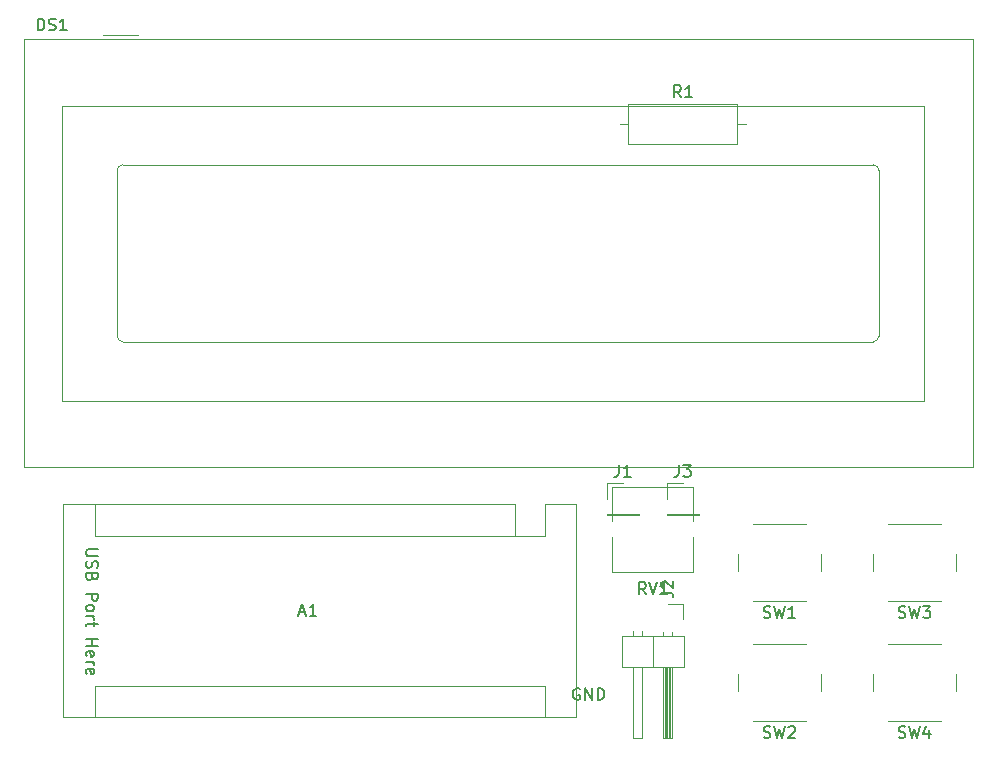
<source format=gbr>
%TF.GenerationSoftware,KiCad,Pcbnew,(5.1.9)-1*%
%TF.CreationDate,2021-05-01T20:45:07-06:00*%
%TF.ProjectId,decoder,6465636f-6465-4722-9e6b-696361645f70,rev?*%
%TF.SameCoordinates,Original*%
%TF.FileFunction,Legend,Top*%
%TF.FilePolarity,Positive*%
%FSLAX46Y46*%
G04 Gerber Fmt 4.6, Leading zero omitted, Abs format (unit mm)*
G04 Created by KiCad (PCBNEW (5.1.9)-1) date 2021-05-01 20:45:07*
%MOMM*%
%LPD*%
G01*
G04 APERTURE LIST*
%ADD10C,0.150000*%
%ADD11C,0.120000*%
G04 APERTURE END LIST*
D10*
X81282712Y-107137323D02*
X80473188Y-107137323D01*
X80377950Y-107184942D01*
X80330331Y-107232561D01*
X80282712Y-107327799D01*
X80282712Y-107518275D01*
X80330331Y-107613513D01*
X80377950Y-107661132D01*
X80473188Y-107708751D01*
X81282712Y-107708751D01*
X80330331Y-108137323D02*
X80282712Y-108280180D01*
X80282712Y-108518275D01*
X80330331Y-108613513D01*
X80377950Y-108661132D01*
X80473188Y-108708751D01*
X80568426Y-108708751D01*
X80663664Y-108661132D01*
X80711283Y-108613513D01*
X80758902Y-108518275D01*
X80806521Y-108327799D01*
X80854140Y-108232561D01*
X80901759Y-108184942D01*
X80996997Y-108137323D01*
X81092235Y-108137323D01*
X81187473Y-108184942D01*
X81235093Y-108232561D01*
X81282712Y-108327799D01*
X81282712Y-108565894D01*
X81235093Y-108708751D01*
X80806521Y-109470656D02*
X80758902Y-109613513D01*
X80711283Y-109661132D01*
X80616045Y-109708751D01*
X80473188Y-109708751D01*
X80377950Y-109661132D01*
X80330331Y-109613513D01*
X80282712Y-109518275D01*
X80282712Y-109137323D01*
X81282712Y-109137323D01*
X81282712Y-109470656D01*
X81235093Y-109565894D01*
X81187473Y-109613513D01*
X81092235Y-109661132D01*
X80996997Y-109661132D01*
X80901759Y-109613513D01*
X80854140Y-109565894D01*
X80806521Y-109470656D01*
X80806521Y-109137323D01*
X80282712Y-110899228D02*
X81282712Y-110899228D01*
X81282712Y-111280180D01*
X81235093Y-111375418D01*
X81187473Y-111423037D01*
X81092235Y-111470656D01*
X80949378Y-111470656D01*
X80854140Y-111423037D01*
X80806521Y-111375418D01*
X80758902Y-111280180D01*
X80758902Y-110899228D01*
X80282712Y-112042085D02*
X80330331Y-111946847D01*
X80377950Y-111899228D01*
X80473188Y-111851608D01*
X80758902Y-111851608D01*
X80854140Y-111899228D01*
X80901759Y-111946847D01*
X80949378Y-112042085D01*
X80949378Y-112184942D01*
X80901759Y-112280180D01*
X80854140Y-112327799D01*
X80758902Y-112375418D01*
X80473188Y-112375418D01*
X80377950Y-112327799D01*
X80330331Y-112280180D01*
X80282712Y-112184942D01*
X80282712Y-112042085D01*
X80282712Y-112803989D02*
X80949378Y-112803989D01*
X80758902Y-112803989D02*
X80854140Y-112851608D01*
X80901759Y-112899228D01*
X80949378Y-112994466D01*
X80949378Y-113089704D01*
X80949378Y-113280180D02*
X80949378Y-113661132D01*
X81282712Y-113423037D02*
X80425569Y-113423037D01*
X80330331Y-113470656D01*
X80282712Y-113565894D01*
X80282712Y-113661132D01*
X80282712Y-114756370D02*
X81282712Y-114756370D01*
X80806521Y-114756370D02*
X80806521Y-115327799D01*
X80282712Y-115327799D02*
X81282712Y-115327799D01*
X80330331Y-116184942D02*
X80282712Y-116089704D01*
X80282712Y-115899228D01*
X80330331Y-115803989D01*
X80425569Y-115756370D01*
X80806521Y-115756370D01*
X80901759Y-115803989D01*
X80949378Y-115899228D01*
X80949378Y-116089704D01*
X80901759Y-116184942D01*
X80806521Y-116232561D01*
X80711283Y-116232561D01*
X80616045Y-115756370D01*
X80282712Y-116661132D02*
X80949378Y-116661132D01*
X80758902Y-116661132D02*
X80854140Y-116708751D01*
X80901759Y-116756370D01*
X80949378Y-116851608D01*
X80949378Y-116946847D01*
X80330331Y-117661132D02*
X80282712Y-117565894D01*
X80282712Y-117375418D01*
X80330331Y-117280180D01*
X80425569Y-117232561D01*
X80806521Y-117232561D01*
X80901759Y-117280180D01*
X80949378Y-117375418D01*
X80949378Y-117565894D01*
X80901759Y-117661132D01*
X80806521Y-117708751D01*
X80711283Y-117708751D01*
X80616045Y-117232561D01*
X122062086Y-118927089D02*
X121966848Y-118879469D01*
X121823991Y-118879469D01*
X121681133Y-118927089D01*
X121585895Y-119022327D01*
X121538276Y-119117565D01*
X121490657Y-119308041D01*
X121490657Y-119450898D01*
X121538276Y-119641374D01*
X121585895Y-119736612D01*
X121681133Y-119831850D01*
X121823991Y-119879469D01*
X121919229Y-119879469D01*
X122062086Y-119831850D01*
X122109705Y-119784231D01*
X122109705Y-119450898D01*
X121919229Y-119450898D01*
X122538276Y-119879469D02*
X122538276Y-118879469D01*
X123109705Y-119879469D01*
X123109705Y-118879469D01*
X123585895Y-119879469D02*
X123585895Y-118879469D01*
X123823991Y-118879469D01*
X123966848Y-118927089D01*
X124062086Y-119022327D01*
X124109705Y-119117565D01*
X124157324Y-119308041D01*
X124157324Y-119450898D01*
X124109705Y-119641374D01*
X124062086Y-119736612D01*
X123966848Y-119831850D01*
X123823991Y-119879469D01*
X123585895Y-119879469D01*
D11*
%TO.C,DS1*%
X78205001Y-94560001D02*
X78205001Y-69560001D01*
X151205001Y-94560001D02*
X78205001Y-94560001D01*
X151205001Y-69560001D02*
X151205001Y-94560001D01*
X78205001Y-69560001D02*
X151205001Y-69560001D01*
X147405001Y-75060001D02*
X147405001Y-89060001D01*
X146905661Y-89560001D02*
X83405001Y-89560001D01*
X82905281Y-89059321D02*
X82905281Y-75060001D01*
X83405001Y-74560001D02*
X146905001Y-74560001D01*
X81705001Y-63560001D02*
X84705001Y-63560001D01*
X75075001Y-63920001D02*
X75865001Y-63920001D01*
X75065001Y-63920001D02*
X75065001Y-100200001D01*
X155345001Y-63920001D02*
X75865001Y-63920001D01*
X155345001Y-100200001D02*
X155345001Y-63920001D01*
X75065001Y-100200001D02*
X155345001Y-100200001D01*
X147405001Y-75060001D02*
G75*
G03*
X146905001Y-74560001I-500000J0D01*
G01*
X146905661Y-89559701D02*
G75*
G03*
X147406041Y-89059321I0J500380D01*
G01*
X82905281Y-89059321D02*
G75*
G03*
X83405661Y-89559701I500380J0D01*
G01*
X83405661Y-74558461D02*
G75*
G03*
X82905281Y-75058841I0J-500380D01*
G01*
%TO.C,SW1*%
X135490000Y-107490000D02*
X135490000Y-108990000D01*
X136740000Y-111490000D02*
X141240000Y-111490000D01*
X142490000Y-108990000D02*
X142490000Y-107490000D01*
X141240000Y-104990000D02*
X136740000Y-104990000D01*
%TO.C,A1*%
X121774999Y-121335001D02*
X121774999Y-103295001D01*
X78334999Y-121335001D02*
X121774999Y-121335001D01*
X78334999Y-103295001D02*
X78334999Y-121335001D01*
X81004999Y-105965001D02*
X81004999Y-103295001D01*
X116564999Y-105965001D02*
X81004999Y-105965001D01*
X116564999Y-105965001D02*
X116564999Y-103295001D01*
X81004999Y-118665001D02*
X81004999Y-121335001D01*
X119104999Y-118665001D02*
X81004999Y-118665001D01*
X119104999Y-118665001D02*
X119104999Y-121335001D01*
X121774999Y-103295001D02*
X119104999Y-103295001D01*
X116564999Y-103295001D02*
X78334999Y-103295001D01*
X119104999Y-105965001D02*
X119104999Y-103295001D01*
X116564999Y-105965001D02*
X119104999Y-105965001D01*
%TO.C,J2*%
X130810000Y-111760000D02*
X130810000Y-113030000D01*
X129540000Y-111760000D02*
X130810000Y-111760000D01*
X126620000Y-114072929D02*
X126620000Y-114470000D01*
X127380000Y-114072929D02*
X127380000Y-114470000D01*
X126620000Y-123130000D02*
X126620000Y-117130000D01*
X127380000Y-123130000D02*
X126620000Y-123130000D01*
X127380000Y-117130000D02*
X127380000Y-123130000D01*
X128270000Y-114470000D02*
X128270000Y-117130000D01*
X129160000Y-114140000D02*
X129160000Y-114470000D01*
X129920000Y-114140000D02*
X129920000Y-114470000D01*
X129260000Y-117130000D02*
X129260000Y-123130000D01*
X129380000Y-117130000D02*
X129380000Y-123130000D01*
X129500000Y-117130000D02*
X129500000Y-123130000D01*
X129620000Y-117130000D02*
X129620000Y-123130000D01*
X129740000Y-117130000D02*
X129740000Y-123130000D01*
X129860000Y-117130000D02*
X129860000Y-123130000D01*
X129160000Y-123130000D02*
X129160000Y-117130000D01*
X129920000Y-123130000D02*
X129160000Y-123130000D01*
X129920000Y-117130000D02*
X129920000Y-123130000D01*
X130870000Y-117130000D02*
X130870000Y-114470000D01*
X125670000Y-117130000D02*
X130870000Y-117130000D01*
X125670000Y-114470000D02*
X125670000Y-117130000D01*
X130870000Y-114470000D02*
X125670000Y-114470000D01*
%TO.C,RV1*%
X124850000Y-101850000D02*
X131690000Y-101850000D01*
X124850000Y-109090000D02*
X131690000Y-109090000D01*
X131690000Y-104760000D02*
X131690000Y-101850000D01*
X131690000Y-109090000D02*
X131690000Y-106060000D01*
X124850000Y-104760000D02*
X124850000Y-101850000D01*
X124850000Y-109090000D02*
X124850000Y-106060000D01*
%TO.C,SW2*%
X141240000Y-115150000D02*
X136740000Y-115150000D01*
X142490000Y-119150000D02*
X142490000Y-117650000D01*
X136740000Y-121650000D02*
X141240000Y-121650000D01*
X135490000Y-117650000D02*
X135490000Y-119150000D01*
%TO.C,SW3*%
X146920000Y-107490000D02*
X146920000Y-108990000D01*
X148170000Y-111490000D02*
X152670000Y-111490000D01*
X153920000Y-108990000D02*
X153920000Y-107490000D01*
X152670000Y-104990000D02*
X148170000Y-104990000D01*
%TO.C,SW4*%
X146920000Y-117650000D02*
X146920000Y-119150000D01*
X148170000Y-121650000D02*
X152670000Y-121650000D01*
X153920000Y-119150000D02*
X153920000Y-117650000D01*
X152670000Y-115150000D02*
X148170000Y-115150000D01*
%TO.C,R1*%
X126190000Y-69400000D02*
X126190000Y-72840000D01*
X126190000Y-72840000D02*
X135430000Y-72840000D01*
X135430000Y-72840000D02*
X135430000Y-69400000D01*
X135430000Y-69400000D02*
X126190000Y-69400000D01*
X125500000Y-71120000D02*
X126190000Y-71120000D01*
X136120000Y-71120000D02*
X135430000Y-71120000D01*
%TO.C,J1*%
X124400000Y-101540000D02*
X125730000Y-101540000D01*
X124400000Y-102870000D02*
X124400000Y-101540000D01*
X124400000Y-104140000D02*
X127060000Y-104140000D01*
X127060000Y-104140000D02*
X127060000Y-104200000D01*
X124400000Y-104140000D02*
X124400000Y-104200000D01*
X124400000Y-104200000D02*
X127060000Y-104200000D01*
%TO.C,J3*%
X129480000Y-104200000D02*
X132140000Y-104200000D01*
X129480000Y-104140000D02*
X129480000Y-104200000D01*
X132140000Y-104140000D02*
X132140000Y-104200000D01*
X129480000Y-104140000D02*
X132140000Y-104140000D01*
X129480000Y-102870000D02*
X129480000Y-101540000D01*
X129480000Y-101540000D02*
X130810000Y-101540000D01*
%TO.C,DS1*%
D10*
X76170715Y-63202381D02*
X76170715Y-62202381D01*
X76408810Y-62202381D01*
X76551667Y-62250001D01*
X76646905Y-62345239D01*
X76694524Y-62440477D01*
X76742143Y-62630953D01*
X76742143Y-62773810D01*
X76694524Y-62964286D01*
X76646905Y-63059524D01*
X76551667Y-63154762D01*
X76408810Y-63202381D01*
X76170715Y-63202381D01*
X77123096Y-63154762D02*
X77265953Y-63202381D01*
X77504048Y-63202381D01*
X77599286Y-63154762D01*
X77646905Y-63107143D01*
X77694524Y-63011905D01*
X77694524Y-62916667D01*
X77646905Y-62821429D01*
X77599286Y-62773810D01*
X77504048Y-62726191D01*
X77313572Y-62678572D01*
X77218334Y-62630953D01*
X77170715Y-62583334D01*
X77123096Y-62488096D01*
X77123096Y-62392858D01*
X77170715Y-62297620D01*
X77218334Y-62250001D01*
X77313572Y-62202381D01*
X77551667Y-62202381D01*
X77694524Y-62250001D01*
X78646905Y-63202381D02*
X78075477Y-63202381D01*
X78361191Y-63202381D02*
X78361191Y-62202381D01*
X78265953Y-62345239D01*
X78170715Y-62440477D01*
X78075477Y-62488096D01*
%TO.C,SW1*%
X137656666Y-112894761D02*
X137799523Y-112942380D01*
X138037619Y-112942380D01*
X138132857Y-112894761D01*
X138180476Y-112847142D01*
X138228095Y-112751904D01*
X138228095Y-112656666D01*
X138180476Y-112561428D01*
X138132857Y-112513809D01*
X138037619Y-112466190D01*
X137847142Y-112418571D01*
X137751904Y-112370952D01*
X137704285Y-112323333D01*
X137656666Y-112228095D01*
X137656666Y-112132857D01*
X137704285Y-112037619D01*
X137751904Y-111990000D01*
X137847142Y-111942380D01*
X138085238Y-111942380D01*
X138228095Y-111990000D01*
X138561428Y-111942380D02*
X138799523Y-112942380D01*
X138990000Y-112228095D01*
X139180476Y-112942380D01*
X139418571Y-111942380D01*
X140323333Y-112942380D02*
X139751904Y-112942380D01*
X140037619Y-112942380D02*
X140037619Y-111942380D01*
X139942380Y-112085238D01*
X139847142Y-112180476D01*
X139751904Y-112228095D01*
%TO.C,A1*%
X98345714Y-112481667D02*
X98821904Y-112481667D01*
X98250476Y-112767381D02*
X98583809Y-111767381D01*
X98917142Y-112767381D01*
X99774285Y-112767381D02*
X99202857Y-112767381D01*
X99488571Y-112767381D02*
X99488571Y-111767381D01*
X99393333Y-111910239D01*
X99298095Y-112005477D01*
X99202857Y-112053096D01*
%TO.C,J2*%
X128992380Y-110823333D02*
X129706666Y-110823333D01*
X129849523Y-110870952D01*
X129944761Y-110966190D01*
X129992380Y-111109047D01*
X129992380Y-111204285D01*
X129087619Y-110394761D02*
X129040000Y-110347142D01*
X128992380Y-110251904D01*
X128992380Y-110013809D01*
X129040000Y-109918571D01*
X129087619Y-109870952D01*
X129182857Y-109823333D01*
X129278095Y-109823333D01*
X129420952Y-109870952D01*
X129992380Y-110442380D01*
X129992380Y-109823333D01*
%TO.C,RV1*%
X127674761Y-110942380D02*
X127341428Y-110466190D01*
X127103333Y-110942380D02*
X127103333Y-109942380D01*
X127484285Y-109942380D01*
X127579523Y-109990000D01*
X127627142Y-110037619D01*
X127674761Y-110132857D01*
X127674761Y-110275714D01*
X127627142Y-110370952D01*
X127579523Y-110418571D01*
X127484285Y-110466190D01*
X127103333Y-110466190D01*
X127960476Y-109942380D02*
X128293809Y-110942380D01*
X128627142Y-109942380D01*
X129484285Y-110942380D02*
X128912857Y-110942380D01*
X129198571Y-110942380D02*
X129198571Y-109942380D01*
X129103333Y-110085238D01*
X129008095Y-110180476D01*
X128912857Y-110228095D01*
%TO.C,SW2*%
X137656666Y-123054761D02*
X137799523Y-123102380D01*
X138037619Y-123102380D01*
X138132857Y-123054761D01*
X138180476Y-123007142D01*
X138228095Y-122911904D01*
X138228095Y-122816666D01*
X138180476Y-122721428D01*
X138132857Y-122673809D01*
X138037619Y-122626190D01*
X137847142Y-122578571D01*
X137751904Y-122530952D01*
X137704285Y-122483333D01*
X137656666Y-122388095D01*
X137656666Y-122292857D01*
X137704285Y-122197619D01*
X137751904Y-122150000D01*
X137847142Y-122102380D01*
X138085238Y-122102380D01*
X138228095Y-122150000D01*
X138561428Y-122102380D02*
X138799523Y-123102380D01*
X138990000Y-122388095D01*
X139180476Y-123102380D01*
X139418571Y-122102380D01*
X139751904Y-122197619D02*
X139799523Y-122150000D01*
X139894761Y-122102380D01*
X140132857Y-122102380D01*
X140228095Y-122150000D01*
X140275714Y-122197619D01*
X140323333Y-122292857D01*
X140323333Y-122388095D01*
X140275714Y-122530952D01*
X139704285Y-123102380D01*
X140323333Y-123102380D01*
%TO.C,SW3*%
X149086666Y-112894761D02*
X149229523Y-112942380D01*
X149467619Y-112942380D01*
X149562857Y-112894761D01*
X149610476Y-112847142D01*
X149658095Y-112751904D01*
X149658095Y-112656666D01*
X149610476Y-112561428D01*
X149562857Y-112513809D01*
X149467619Y-112466190D01*
X149277142Y-112418571D01*
X149181904Y-112370952D01*
X149134285Y-112323333D01*
X149086666Y-112228095D01*
X149086666Y-112132857D01*
X149134285Y-112037619D01*
X149181904Y-111990000D01*
X149277142Y-111942380D01*
X149515238Y-111942380D01*
X149658095Y-111990000D01*
X149991428Y-111942380D02*
X150229523Y-112942380D01*
X150420000Y-112228095D01*
X150610476Y-112942380D01*
X150848571Y-111942380D01*
X151134285Y-111942380D02*
X151753333Y-111942380D01*
X151420000Y-112323333D01*
X151562857Y-112323333D01*
X151658095Y-112370952D01*
X151705714Y-112418571D01*
X151753333Y-112513809D01*
X151753333Y-112751904D01*
X151705714Y-112847142D01*
X151658095Y-112894761D01*
X151562857Y-112942380D01*
X151277142Y-112942380D01*
X151181904Y-112894761D01*
X151134285Y-112847142D01*
%TO.C,SW4*%
X149086666Y-123054761D02*
X149229523Y-123102380D01*
X149467619Y-123102380D01*
X149562857Y-123054761D01*
X149610476Y-123007142D01*
X149658095Y-122911904D01*
X149658095Y-122816666D01*
X149610476Y-122721428D01*
X149562857Y-122673809D01*
X149467619Y-122626190D01*
X149277142Y-122578571D01*
X149181904Y-122530952D01*
X149134285Y-122483333D01*
X149086666Y-122388095D01*
X149086666Y-122292857D01*
X149134285Y-122197619D01*
X149181904Y-122150000D01*
X149277142Y-122102380D01*
X149515238Y-122102380D01*
X149658095Y-122150000D01*
X149991428Y-122102380D02*
X150229523Y-123102380D01*
X150420000Y-122388095D01*
X150610476Y-123102380D01*
X150848571Y-122102380D01*
X151658095Y-122435714D02*
X151658095Y-123102380D01*
X151420000Y-122054761D02*
X151181904Y-122769047D01*
X151800952Y-122769047D01*
%TO.C,R1*%
X130643333Y-68852380D02*
X130310000Y-68376190D01*
X130071904Y-68852380D02*
X130071904Y-67852380D01*
X130452857Y-67852380D01*
X130548095Y-67900000D01*
X130595714Y-67947619D01*
X130643333Y-68042857D01*
X130643333Y-68185714D01*
X130595714Y-68280952D01*
X130548095Y-68328571D01*
X130452857Y-68376190D01*
X130071904Y-68376190D01*
X131595714Y-68852380D02*
X131024285Y-68852380D01*
X131310000Y-68852380D02*
X131310000Y-67852380D01*
X131214761Y-67995238D01*
X131119523Y-68090476D01*
X131024285Y-68138095D01*
%TO.C,J1*%
X125396666Y-99992380D02*
X125396666Y-100706666D01*
X125349047Y-100849523D01*
X125253809Y-100944761D01*
X125110952Y-100992380D01*
X125015714Y-100992380D01*
X126396666Y-100992380D02*
X125825238Y-100992380D01*
X126110952Y-100992380D02*
X126110952Y-99992380D01*
X126015714Y-100135238D01*
X125920476Y-100230476D01*
X125825238Y-100278095D01*
%TO.C,J3*%
X130476666Y-99992380D02*
X130476666Y-100706666D01*
X130429047Y-100849523D01*
X130333809Y-100944761D01*
X130190952Y-100992380D01*
X130095714Y-100992380D01*
X130857619Y-99992380D02*
X131476666Y-99992380D01*
X131143333Y-100373333D01*
X131286190Y-100373333D01*
X131381428Y-100420952D01*
X131429047Y-100468571D01*
X131476666Y-100563809D01*
X131476666Y-100801904D01*
X131429047Y-100897142D01*
X131381428Y-100944761D01*
X131286190Y-100992380D01*
X131000476Y-100992380D01*
X130905238Y-100944761D01*
X130857619Y-100897142D01*
%TD*%
M02*

</source>
